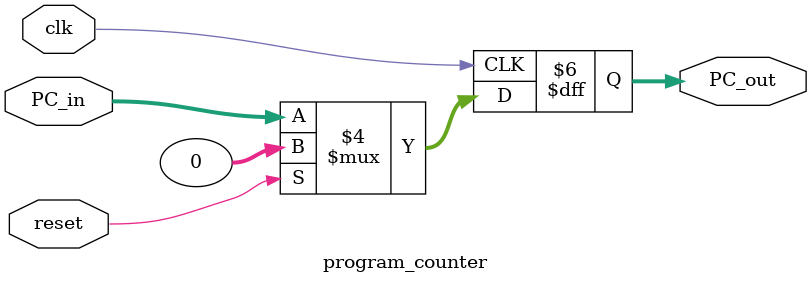
<source format=v>
`ifndef MODULE_PC
`define MODULE_PC
`timescale 1ns / 1ps


module program_counter(
    PC_in,PC_out,reset,clk
    );
    input [31:0] PC_in;
    output [31:0] PC_out;
    input reset, clk;
    reg [31:0] PC_out;
    initial begin
        PC_out = 32'b0;
    end
    always @(posedge clk)
    begin
        if(reset)
            begin
                PC_out <= 32'b0;
            end
        else PC_out <= PC_in[31:0];
    end    
endmodule
`endif

</source>
